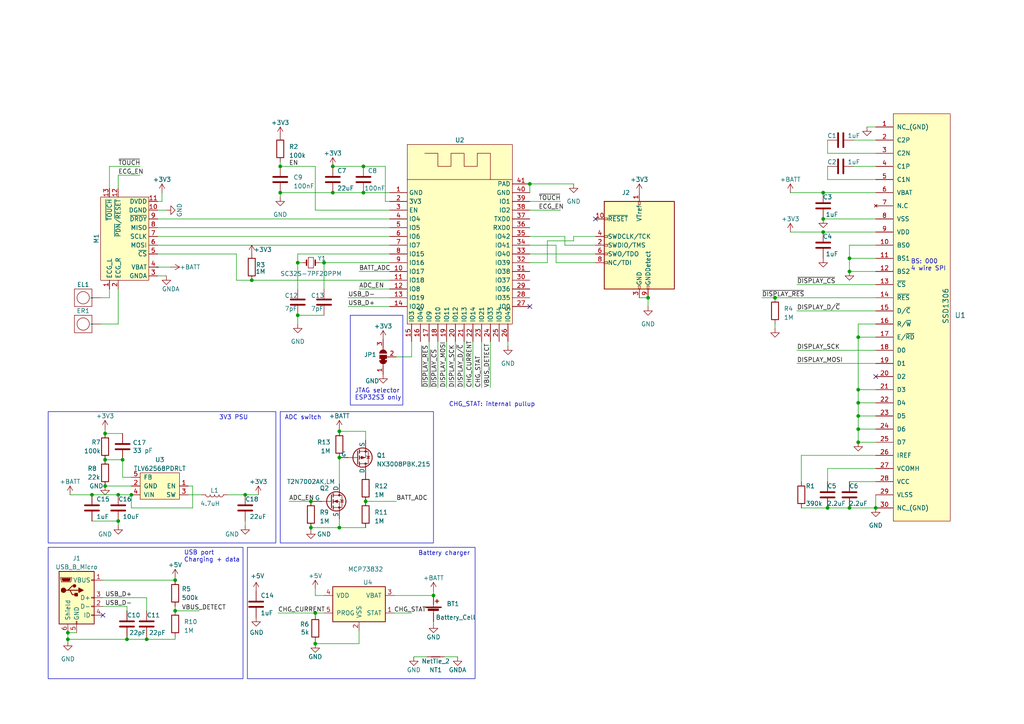
<source format=kicad_sch>
(kicad_sch (version 20230121) (generator eeschema)
  (paper "A4")
  (title_block (title "Card/IO ECG main board") (date "2023-04-26") (rev "1"))
  (lib_symbols
    (symbol "Connector:Conn_ARM_JTAG_SWD_10" (pin_names (offset 1.016))
      (property "Reference" "J" (at -2.54 16.51 0))
      (property "Value" "Conn_ARM_JTAG_SWD_10" (at -2.54 13.97 0))
      (symbol "Conn_ARM_JTAG_SWD_10_1_1"
        (pin power_in line (at 0 15.24 270) (length 2.54) (name "VTref") (number "1"))
        (pin open_collector line (at 12.7 7.62 180) (length 2.54) (name "~{RESET}") (number "10"))
        (pin bidirectional line (at 12.7 0 180) (length 2.54) (name "SWDIO/TMS") (number "2"))
        (pin power_in line (at 0 -15.24 90) (length 2.54) (name "GND") (number "3"))
        (pin output line (at 12.7 2.54 180) (length 2.54) (name "SWDCLK/TCK") (number "4"))
        (pin passive line (at 0 -15.24 90) (length 2.54) hide (name "GND") (number "5"))
        (pin input line (at 12.7 -2.54 180) (length 2.54) (name "SWO/TDO") (number "6"))
        (pin no_connect line (at -10.16 0 0) (length 2.54) hide (name "KEY") (number "7"))
        (pin output line (at 12.7 -5.08 180) (length 2.54) (name "NC/TDI") (number "8"))
        (pin passive line (at -2.54 -15.24 90) (length 2.54) (name "GNDDetect") (number "9"))
      )
    )
    (symbol "Connector:USB_B_Micro" (pin_names (offset 1.016))
      (property "Reference" "J" (at -5.08 11.43 0))
      (property "Value" "USB_B_Micro" (at -5.08 8.89 0))
      (symbol "USB_B_Micro_1_1"
        (pin power_out line (at 7.62 5.08 180) (length 2.54) (name "VBUS") (number "1"))
        (pin bidirectional line (at 7.62 -2.54 180) (length 2.54) (name "D-") (number "2"))
        (pin bidirectional line (at 7.62 0 180) (length 2.54) (name "D+") (number "3"))
        (pin passive line (at 7.62 -5.08 180) (length 2.54) (name "ID") (number "4"))
        (pin power_out line (at 0 -10.16 90) (length 2.54) (name "GND") (number "5"))
        (pin passive line (at -2.54 -10.16 90) (length 2.54) (name "Shield") (number "6"))
      )
    )
    (symbol "Device:Battery_Cell" (pin_numbers hide) (pin_names (offset 0) hide)
      (property "Reference" "BT" (at 2.54 2.54 0))
      (property "Value" "Battery_Cell" (at 2.54 0 0))
      (symbol "Battery_Cell_1_1"
        (pin passive line (at 0 5.08 270) (length 2.54) (name "+") (number "1"))
        (pin passive line (at 0 -2.54 90) (length 2.54) (name "-") (number "2"))
      )
    )
    (symbol "Device:C" (pin_numbers hide) (pin_names (offset 0.254))
      (property "Reference" "C" (at 0.635 2.54 0))
      (property "Value" "C" (at 0.635 -2.54 0))
      (symbol "C_1_1"
        (pin passive line (at 0 3.81 270) (length 2.794) (name "~") (number "1"))
        (pin passive line (at 0 -3.81 90) (length 2.794) (name "~") (number "2"))
      )
    )
    (symbol "Device:Crystal_Small" (pin_numbers hide) (pin_names (offset 1.016) hide)
      (property "Reference" "Y" (at 0 2.54 0))
      (property "Value" "Crystal_Small" (at 0 -2.54 0))
      (symbol "Crystal_Small_1_1"
        (pin passive line (at -2.54 0 0) (length 1.27) (name "1") (number "1"))
        (pin passive line (at 2.54 0 180) (length 1.27) (name "2") (number "2"))
      )
    )
    (symbol "Device:L" (pin_numbers hide) (pin_names (offset 1.016) hide)
      (property "Reference" "L" (at -1.27 0 90))
      (property "Value" "L" (at 1.905 0 90))
      (symbol "L_1_1"
        (pin passive line (at 0 3.81 270) (length 1.27) (name "1") (number "1"))
        (pin passive line (at 0 -3.81 90) (length 1.27) (name "2") (number "2"))
      )
    )
    (symbol "Device:NetTie_2" (pin_numbers hide) (pin_names (offset 0) hide) (in_bom no)
      (property "Reference" "NT" (at 0 1.27 0))
      (property "Value" "NetTie_2" (at 0 -1.27 0))
      (symbol "NetTie_2_1_1"
        (pin passive line (at -2.54 0 0) (length 2.54) (name "1") (number "1"))
        (pin passive line (at 2.54 0 180) (length 2.54) (name "2") (number "2"))
      )
    )
    (symbol "Device:R" (pin_numbers hide) (pin_names (offset 0))
      (property "Reference" "R" (at 2.032 0 90))
      (property "Value" "R" (at 0 0 90))
      (symbol "R_1_1"
        (pin passive line (at 0 3.81 270) (length 1.27) (name "~") (number "1"))
        (pin passive line (at 0 -3.81 90) (length 1.27) (name "~") (number "2"))
      )
    )
    (symbol "Jumper:SolderJumper_3_Bridged12" (pin_names (offset 0) hide)
      (property "Reference" "JP" (at -2.54 -2.54 0))
      (property "Value" "SolderJumper_3_Bridged12" (at 0 2.794 0))
      (symbol "SolderJumper_3_Bridged12_1_1"
        (pin passive line (at -5.08 0 0) (length 2.54) (name "A") (number "1"))
        (pin passive line (at 0 -3.81 90) (length 2.54) (name "C") (number "2"))
        (pin passive line (at 5.08 0 180) (length 2.54) (name "B") (number "3"))
      )
    )
    (symbol "main_board_parts:ECG-module"
      (property "Reference" "M" (at -13.97 -7.62 0))
      (symbol "ECG-module_1_1"
        (pin input line (at -15.24 3.81 0) (length 2.54) (name "ECG_L") (number "1"))
        (pin power_in line (at 7.62 -10.16 90) (length 2.54) (name "DGND") (number "10"))
        (pin power_in line (at 10.16 -10.16 90) (length 2.54) (name "DVDD") (number "11"))
        (pin input line (at 13.97 1.27 180) (length 2.54) (name "~{PDN}/~{RESET}") (number "12"))
        (pin output line (at 13.97 3.81 180) (length 2.54) (name "~{TOUCH}") (number "13"))
        (pin input line (at -15.24 1.27 0) (length 2.54) (name "ECG_R") (number "2"))
        (pin power_in line (at -11.43 -10.16 90) (length 2.54) (name "GNDA") (number "3"))
        (pin power_in line (at -8.89 -10.16 90) (length 2.54) (name "VBAT") (number "4"))
        (pin input line (at -5.08 -10.16 90) (length 2.54) (name "~{CS}") (number "5"))
        (pin input line (at -2.54 -10.16 90) (length 2.54) (name "MOSI") (number "6"))
        (pin input line (at 0 -10.16 90) (length 2.54) (name "SCLK") (number "7"))
        (pin output line (at 2.54 -10.16 90) (length 2.54) (name "MISO") (number "8"))
        (pin output line (at 5.08 -10.16 90) (length 2.54) (name "~{DRDY}") (number "9"))
      )
    )
    (symbol "main_board_parts:ESP32-S2-SOLO"
      (property "Reference" "U" (at 12.7 25.4 0))
      (symbol "ESP32-S2-SOLO_1_1"
        (pin power_in line (at -20.32 10.16 0) (length 5.08) (name "GND") (number "1"))
        (pin passive line (at -20.32 -12.7 0) (length 5.08) (name "IO17") (number "10"))
        (pin passive line (at -20.32 -15.24 0) (length 5.08) (name "IO18") (number "11"))
        (pin passive line (at -20.32 -17.78 0) (length 5.08) (name "IO8") (number "12"))
        (pin passive line (at -20.32 -20.32 0) (length 5.08) (name "IO19") (number "13"))
        (pin passive line (at -20.32 -22.86 0) (length 5.08) (name "IO20") (number "14"))
        (pin passive line (at -13.97 -33.02 90) (length 5.08) (name "IO3") (number "15"))
        (pin passive line (at -11.43 -33.02 90) (length 5.08) (name "IO46") (number "16"))
        (pin passive line (at -8.89 -33.02 90) (length 5.08) (name "IO9") (number "17"))
        (pin passive line (at -6.35 -33.02 90) (length 5.08) (name "IO10") (number "18"))
        (pin passive line (at -3.81 -33.02 90) (length 5.08) (name "IO11") (number "19"))
        (pin power_in line (at -20.32 7.62 0) (length 5.08) (name "3V3") (number "2"))
        (pin passive line (at -1.27 -33.02 90) (length 5.08) (name "IO12") (number "20"))
        (pin passive line (at 1.27 -33.02 90) (length 5.08) (name "IO13") (number "21"))
        (pin passive line (at 3.81 -33.02 90) (length 5.08) (name "IO14") (number "22"))
        (pin passive line (at 6.35 -33.02 90) (length 5.08) (name "IO21") (number "23"))
        (pin passive line (at 8.89 -33.02 90) (length 5.08) (name "IO33") (number "24"))
        (pin passive line (at 11.43 -33.02 90) (length 5.08) (name "IO34") (number "25"))
        (pin passive line (at 13.97 -33.02 90) (length 5.08) (name "IO45") (number "26"))
        (pin passive line (at 20.32 -22.86 180) (length 5.08) (name "IO0") (number "27"))
        (pin passive line (at 20.32 -20.32 180) (length 5.08) (name "IO35") (number "28"))
        (pin passive line (at 20.32 -17.78 180) (length 5.08) (name "IO36") (number "29"))
        (pin input line (at -20.32 5.08 0) (length 5.08) (name "EN") (number "3"))
        (pin passive line (at 20.32 -15.24 180) (length 5.08) (name "IO37") (number "30"))
        (pin passive line (at 20.32 -12.7 180) (length 5.08) (name "IO38") (number "31"))
        (pin passive line (at 20.32 -10.16 180) (length 5.08) (name "IO39") (number "32"))
        (pin passive line (at 20.32 -7.62 180) (length 5.08) (name "IO40") (number "33"))
        (pin passive line (at 20.32 -5.08 180) (length 5.08) (name "IO41") (number "34"))
        (pin passive line (at 20.32 -2.54 180) (length 5.08) (name "IO42") (number "35"))
        (pin passive line (at 20.32 0 180) (length 5.08) (name "RXD0") (number "36"))
        (pin passive line (at 20.32 2.54 180) (length 5.08) (name "TXD0") (number "37"))
        (pin passive line (at 20.32 5.08 180) (length 5.08) (name "IO2") (number "38"))
        (pin passive line (at 20.32 7.62 180) (length 5.08) (name "IO1") (number "39"))
        (pin passive line (at -20.32 2.54 0) (length 5.08) (name "IO4") (number "4"))
        (pin power_in line (at 20.32 10.16 180) (length 5.08) (name "GND") (number "40"))
        (pin power_in line (at 20.32 12.7 180) (length 5.08) (name "PAD") (number "41"))
        (pin passive line (at -20.32 0 0) (length 5.08) (name "IO5") (number "5"))
        (pin passive line (at -20.32 -2.54 0) (length 5.08) (name "IO6") (number "6"))
        (pin passive line (at -20.32 -5.08 0) (length 5.08) (name "IO7") (number "7"))
        (pin passive line (at -20.32 -7.62 0) (length 5.08) (name "IO15") (number "8"))
        (pin passive line (at -20.32 -10.16 0) (length 5.08) (name "IO16") (number "9"))
      )
    )
    (symbol "main_board_parts:Electrode" (pin_numbers hide) (pin_names hide)
      (property "Reference" "E" (at -1.27 -1.27 0))
      (symbol "Electrode_1_1"
        (pin input line (at -2.54 0 0) (length 2.54) (name "1") (number "1"))
      )
    )
    (symbol "main_board_parts:MCP73832" (pin_names (offset 1.016))
      (property "Reference" "U2" (at 2.54 6.35 0))
      (property "Value" "MCP73832" (at -10.16 -8.89 0))
      (symbol "MCP73832_1_1"
        (pin output line (at 10.16 -2.54 180) (length 2.54) (name "STAT") (number "1"))
        (pin power_in line (at 0 -7.62 90) (length 2.54) (name "VSS") (number "2"))
        (pin power_out line (at 10.16 2.54 180) (length 2.54) (name "VBAT") (number "3"))
        (pin power_in line (at -10.16 2.54 0) (length 2.54) (name "VDD") (number "4"))
        (pin input line (at -10.16 -2.54 0) (length 2.54) (name "PROG") (number "5"))
      )
    )
    (symbol "main_board_parts:NMOS" (pin_numbers hide) (pin_names (offset 0))
      (property "Reference" "Q1" (at 5.08 2.54 0))
      (property "Value" "T2N7002AK,LM" (at -3.81 -6.35 0))
      (symbol "NMOS_1_1"
        (pin input line (at -5.08 0 0) (length 2.54) (name "G") (number "1"))
        (pin passive line (at 2.54 -5.08 90) (length 2.54) (name "S") (number "2"))
        (pin passive line (at 2.54 5.08 270) (length 2.54) (name "D") (number "3"))
      )
    )
    (symbol "main_board_parts:PMOS" (pin_numbers hide) (pin_names (offset 0))
      (property "Reference" "Q?" (at 3.81 -3.81 0))
      (property "Value" "NX3008PBK,215" (at -12.7 -5.08 0))
      (symbol "PMOS_1_1"
        (pin input line (at -5.08 0 0) (length 2.54) (name "G") (number "1"))
        (pin passive line (at 2.54 -5.08 90) (length 2.54) (name "S") (number "2"))
        (pin passive line (at 2.54 5.08 270) (length 2.54) (name "D") (number "3"))
      )
    )
    (symbol "main_board_parts:SSD1306" (pin_names (offset 1.016))
      (property "Reference" "U" (at 0 -62.23 0))
      (property "Value" "SSD1306" (at 6.35 0 90))
      (symbol "SSD1306_1_1"
        (pin passive line (at -12.7 54.61 0) (length 5.08) (name "NC_(GND)") (number "1"))
        (pin input line (at -12.7 20.32 0) (length 5.08) (name "BS0") (number "10"))
        (pin input line (at -12.7 16.51 0) (length 5.08) (name "BS1") (number "11"))
        (pin input line (at -12.7 12.7 0) (length 5.08) (name "BS2") (number "12"))
        (pin input line (at -12.7 8.89 0) (length 5.08) (name "~{CS}") (number "13"))
        (pin input line (at -12.7 5.08 0) (length 5.08) (name "~{RES}") (number "14"))
        (pin input line (at -12.7 1.27 0) (length 5.08) (name "D/~{C}") (number "15"))
        (pin input line (at -12.7 -2.54 0) (length 5.08) (name "R/~{W}") (number "16"))
        (pin input line (at -12.7 -6.35 0) (length 5.08) (name "E/~{RD}") (number "17"))
        (pin input line (at -12.7 -10.16 0) (length 5.08) (name "D0") (number "18"))
        (pin input line (at -12.7 -13.97 0) (length 5.08) (name "D1") (number "19"))
        (pin passive line (at -12.7 50.8 0) (length 5.08) (name "C2P") (number "2"))
        (pin input line (at -12.7 -17.78 0) (length 5.08) (name "D2") (number "20"))
        (pin input line (at -12.7 -21.59 0) (length 5.08) (name "D3") (number "21"))
        (pin input line (at -12.7 -25.4 0) (length 5.08) (name "D4") (number "22"))
        (pin input line (at -12.7 -29.21 0) (length 5.08) (name "D5") (number "23"))
        (pin input line (at -12.7 -33.02 0) (length 5.08) (name "D6") (number "24"))
        (pin input line (at -12.7 -36.83 0) (length 5.08) (name "D7") (number "25"))
        (pin passive line (at -12.7 -40.64 0) (length 5.08) (name "IREF") (number "26"))
        (pin passive line (at -12.7 -44.45 0) (length 5.08) (name "VCOMH") (number "27"))
        (pin passive line (at -12.7 -48.26 0) (length 5.08) (name "VCC") (number "28"))
        (pin power_in line (at -12.7 -52.07 0) (length 5.08) (name "VLSS") (number "29"))
        (pin passive line (at -12.7 46.99 0) (length 5.08) (name "C2N") (number "3"))
        (pin passive line (at -12.7 -55.88 0) (length 5.08) (name "NC_(GND)") (number "30"))
        (pin passive line (at -12.7 43.18 0) (length 5.08) (name "C1P") (number "4"))
        (pin passive line (at -12.7 39.37 0) (length 5.08) (name "C1N") (number "5"))
        (pin power_in line (at -12.7 35.56 0) (length 5.08) (name "VBAT") (number "6"))
        (pin no_connect line (at -12.7 31.75 0) (length 5.08) (name "N.C") (number "7"))
        (pin power_in line (at -12.7 27.94 0) (length 5.08) (name "VSS") (number "8"))
        (pin power_in line (at -12.7 24.13 0) (length 5.08) (name "VDD") (number "9"))
      )
    )
    (symbol "main_board_parts:TLV62568" (pin_names (offset 1.016))
      (property "Reference" "U?" (at 0.635 8.255 0))
      (property "Value" "TLV62568DBVR" (at 0.635 5.9436 0))
      (symbol "TLV62568_1_1"
        (pin input line (at 8.89 0 180) (length 2.54) (name "EN") (number "1"))
        (pin power_in line (at -7.62 0 0) (length 2.54) (name "GND") (number "2"))
        (pin power_out line (at 8.89 -2.54 180) (length 2.54) (name "SW") (number "3"))
        (pin power_in line (at -7.62 -2.54 0) (length 2.54) (name "VIN") (number "4"))
        (pin input line (at -7.62 2.54 0) (length 2.54) (name "FB") (number "5"))
      )
    )
    (symbol "power:+3V3" (power) (pin_names (offset 0))
      (property "Value" "+3V3" (at 0 3.556 0))
      (symbol "+3V3_1_1"
        (pin power_in line (at 0 0 90) (length 0) hide (name "+3V3") (number "1"))
      )
    )
    (symbol "power:+5V" (power) (pin_names (offset 0))
      (property "Value" "+5V" (at 0 3.556 0))
      (symbol "+5V_1_1"
        (pin power_in line (at 0 0 90) (length 0) hide (name "+5V") (number "1"))
      )
    )
    (symbol "power:+BATT" (power) (pin_names (offset 0))
      (property "Value" "+BATT" (at 0 3.556 0))
      (symbol "+BATT_1_1"
        (pin power_in line (at 0 0 90) (length 0) hide (name "+BATT") (number "1"))
      )
    )
    (symbol "power:GND" (power) (pin_names (offset 0))
      (property "Value" "GND" (at 0 -3.81 0))
      (symbol "GND_1_1"
        (pin power_in line (at 0 0 270) (length 0) hide (name "GND") (number "1"))
      )
    )
    (symbol "power:GNDA" (power) (pin_names (offset 0))
      (property "Value" "GNDA" (at 0 -3.81 0))
      (symbol "GNDA_1_1"
        (pin power_in line (at 0 0 270) (length 0) hide (name "GNDA") (number "1"))
      )
    )
  )
  (junction (at 96.52 55.88))
  (junction (at 93.98 76.2))
  (junction (at 90.17 153.035))
  (junction (at 81.28 48.26))
  (junction (at 38.1 143.51))
  (junction (at 50.8 177.165))
  (junction (at 106.045 145.415))
  (junction (at 98.425 153.035))
  (junction (at 240.03 147.32))
  (junction (at 90.17 145.415))
  (junction (at 71.12 143.51))
  (junction (at 248.92 128.27))
  (junction (at 42.545 185.42))
  (junction (at 86.36 91.44))
  (junction (at 105.41 48.26))
  (junction (at 98.425 132.715))
  (junction (at 246.38 78.74))
  (junction (at 30.48 133.35))
  (junction (at 91.44 177.8))
  (junction (at 248.92 97.79))
  (junction (at 34.29 151.13))
  (junction (at 19.685 185.42))
  (junction (at 81.28 55.88))
  (junction (at 254 147.32))
  (junction (at 187.96 86.36))
  (junction (at 26.67 143.51))
  (junction (at 248.92 113.03))
  (junction (at 246.38 147.32))
  (junction (at 238.76 55.88))
  (junction (at 246.38 74.93))
  (junction (at 35.56 133.35))
  (junction (at 19.685 183.515))
  (junction (at 50.8 168.275))
  (junction (at 34.29 143.51))
  (junction (at 153.67 53.34))
  (junction (at 248.92 120.65))
  (junction (at 73.025 81.28))
  (junction (at 98.425 125.095))
  (junction (at 238.76 67.31))
  (junction (at 105.41 55.88))
  (junction (at 238.76 63.5))
  (junction (at 248.92 116.84))
  (junction (at 248.92 124.46))
  (junction (at 30.48 125.73))
  (junction (at 125.73 172.72))
  (junction (at 96.52 48.26))
  (junction (at 36.83 185.42))
  (junction (at 91.44 186.69))
  (junction (at 30.48 140.97))
  (junction (at 224.79 86.36))
  (junction (at 86.36 76.2))
  (no_connect (at 254 109.22))
  (no_connect (at 29.845 178.435))
  (no_connect (at 172.72 63.5))
  (no_connect (at 153.67 88.9))
  (wire (pts (xy 45.72 60.96) (xy 48.26 60.96)))
  (wire (pts (xy 86.36 91.44) (xy 93.98 91.44)))
  (wire (pts (xy 100.965 86.36) (xy 113.03 86.36)))
  (wire (pts (xy 104.14 182.88) (xy 104.14 186.69)))
  (wire (pts (xy 98.425 132.715) (xy 98.425 140.335)))
  (wire (pts (xy 81.28 55.88) (xy 96.52 55.88)))
  (wire (pts (xy 36.83 185.42) (xy 42.545 185.42)))
  (wire (pts (xy 163.83 68.58) (xy 163.83 71.12)))
  (wire (pts (xy 105.41 55.88) (xy 113.03 55.88)))
  (wire (pts (xy 128.905 190.5) (xy 132.715 190.5)))
  (wire (pts (xy 119.38 99.06) (xy 119.38 103.505)))
  (wire (pts (xy 71.12 151.13) (xy 71.12 152.4)))
  (wire (pts (xy 29.21 93.98) (xy 34.29 93.98)))
  (wire (pts (xy 229.235 55.88) (xy 238.76 55.88)))
  (wire (pts (xy 93.98 172.72) (xy 91.44 172.72)))
  (wire (pts (xy 161.29 71.12) (xy 161.29 76.2)))
  (wire (pts (xy 50.8 175.895) (xy 50.8 177.165)))
  (wire (pts (xy 86.36 91.44) (xy 86.36 93.98)))
  (wire (pts (xy 248.92 97.79) (xy 254 97.79)))
  (wire (pts (xy 125.73 171.45) (xy 125.73 172.72)))
  (wire (pts (xy 224.79 93.98) (xy 224.79 95.25)))
  (wire (pts (xy 45.72 71.12) (xy 113.03 71.12)))
  (wire (pts (xy 19.685 185.42) (xy 36.83 185.42)))
  (wire (pts (xy 30.48 124.46) (xy 30.48 125.73)))
  (wire (pts (xy 120.015 190.5) (xy 123.825 190.5)))
  (wire (pts (xy 50.8 177.165) (xy 57.785 177.165)))
  (wire (pts (xy 238.76 63.5) (xy 254 63.5)))
  (wire (pts (xy 124.46 99.06) (xy 124.46 112.395)))
  (wire (pts (xy 166.37 68.58) (xy 172.72 68.58)))
  (wire (pts (xy 81.28 46.99) (xy 81.28 48.26)))
  (wire (pts (xy 36.83 185.42) (xy 36.83 184.785)))
  (wire (pts (xy 254 132.08) (xy 232.41 132.08)))
  (wire (pts (xy 96.52 55.88) (xy 105.41 55.88)))
  (wire (pts (xy 129.54 99.06) (xy 129.54 112.395)))
  (wire (pts (xy 153.67 60.96) (xy 162.56 60.96)))
  (wire (pts (xy 91.44 60.96) (xy 113.03 60.96)))
  (wire (pts (xy 34.29 143.51) (xy 38.1 143.51)))
  (wire (pts (xy 240.03 44.45) (xy 254 44.45)))
  (wire (pts (xy 166.37 69.85) (xy 166.37 68.58)))
  (wire (pts (xy 98.425 153.035) (xy 106.045 153.035)))
  (wire (pts (xy 254 135.89) (xy 240.03 135.89)))
  (wire (pts (xy 42.545 173.355) (xy 42.545 177.165)))
  (wire (pts (xy 114.3 172.72) (xy 125.73 172.72)))
  (wire (pts (xy 86.36 76.2) (xy 87.63 76.2)))
  (wire (pts (xy 20.32 143.51) (xy 26.67 143.51)))
  (wire (pts (xy 240.03 147.32) (xy 246.38 147.32)))
  (wire (pts (xy 55.88 140.97) (xy 55.88 147.32)))
  (wire (pts (xy 229.235 67.31) (xy 238.76 67.31)))
  (wire (pts (xy 153.67 53.34) (xy 166.37 53.34)))
  (wire (pts (xy 55.88 147.32) (xy 38.1 147.32)))
  (wire (pts (xy 246.38 78.74) (xy 254 78.74)))
  (wire (pts (xy 163.83 71.12) (xy 172.72 71.12)))
  (wire (pts (xy 153.67 58.42) (xy 162.56 58.42)))
  (wire (pts (xy 106.045 125.095) (xy 106.045 127.635)))
  (wire (pts (xy 248.92 120.65) (xy 254 120.65)))
  (wire (pts (xy 98.425 125.095) (xy 106.045 125.095)))
  (wire (pts (xy 104.14 83.82) (xy 113.03 83.82)))
  (wire (pts (xy 29.845 173.355) (xy 42.545 173.355)))
  (wire (pts (xy 134.62 99.06) (xy 134.62 112.395)))
  (wire (pts (xy 158.75 76.2) (xy 158.75 69.85)))
  (wire (pts (xy 35.56 138.43) (xy 38.1 138.43)))
  (wire (pts (xy 91.44 178.435) (xy 91.44 177.8)))
  (wire (pts (xy 153.67 71.12) (xy 161.29 71.12)))
  (wire (pts (xy 73.025 81.28) (xy 68.58 81.28)))
  (wire (pts (xy 231.14 90.17) (xy 254 90.17)))
  (wire (pts (xy 45.72 63.5) (xy 113.03 63.5)))
  (wire (pts (xy 40.64 50.8) (xy 34.29 50.8)))
  (wire (pts (xy 91.44 186.055) (xy 91.44 186.69)))
  (wire (pts (xy 111.76 48.26) (xy 105.41 48.26)))
  (wire (pts (xy 42.545 185.42) (xy 50.8 185.42)))
  (wire (pts (xy 81.28 48.26) (xy 91.44 48.26)))
  (wire (pts (xy 90.17 145.415) (xy 90.805 145.415)))
  (wire (pts (xy 231.14 101.6) (xy 254 101.6)))
  (wire (pts (xy 246.38 147.32) (xy 254 147.32)))
  (wire (pts (xy 50.8 167.64) (xy 50.8 168.275)))
  (wire (pts (xy 86.36 76.2) (xy 86.36 83.82)))
  (wire (pts (xy 91.44 186.69) (xy 104.14 186.69)))
  (wire (pts (xy 90.17 153.035) (xy 98.425 153.035)))
  (wire (pts (xy 248.92 113.03) (xy 248.92 116.84)))
  (wire (pts (xy 153.67 68.58) (xy 163.83 68.58)))
  (wire (pts (xy 240.03 52.07) (xy 254 52.07)))
  (wire (pts (xy 46.99 58.42) (xy 46.99 55.88)))
  (wire (pts (xy 29.21 86.36) (xy 31.75 86.36)))
  (wire (pts (xy 254 71.12) (xy 246.38 71.12)))
  (wire (pts (xy 30.48 125.73) (xy 35.56 125.73)))
  (wire (pts (xy 73.025 81.28) (xy 113.03 81.28)))
  (wire (pts (xy 80.645 177.8) (xy 91.44 177.8)))
  (wire (pts (xy 34.29 93.98) (xy 34.29 83.82)))
  (wire (pts (xy 125.73 180.34) (xy 125.73 180.975)))
  (wire (pts (xy 45.72 73.66) (xy 68.58 73.66)))
  (wire (pts (xy 92.71 76.2) (xy 93.98 76.2)))
  (wire (pts (xy 91.44 170.815) (xy 91.44 172.72)))
  (wire (pts (xy 187.96 86.36) (xy 185.42 86.36)))
  (wire (pts (xy 98.425 153.035) (xy 98.425 150.495)))
  (wire (pts (xy 139.7 99.06) (xy 139.7 112.395)))
  (wire (pts (xy 34.29 152.4) (xy 34.29 151.13)))
  (wire (pts (xy 147.32 99.06) (xy 147.32 100.33)))
  (wire (pts (xy 248.92 113.03) (xy 254 113.03)))
  (wire (pts (xy 142.24 112.395) (xy 142.24 99.06)))
  (wire (pts (xy 187.96 88.9) (xy 187.96 86.36)))
  (wire (pts (xy 238.76 67.31) (xy 254 67.31)))
  (wire (pts (xy 45.72 68.58) (xy 113.03 68.58)))
  (wire (pts (xy 111.76 58.42) (xy 111.76 48.26)))
  (wire (pts (xy 45.72 58.42) (xy 46.99 58.42)))
  (wire (pts (xy 36.83 175.895) (xy 36.83 177.165)))
  (wire (pts (xy 100.965 88.9) (xy 113.03 88.9)))
  (wire (pts (xy 26.67 151.13) (xy 34.29 151.13)))
  (wire (pts (xy 248.92 124.46) (xy 248.92 128.27)))
  (wire (pts (xy 45.72 77.47) (xy 49.53 77.47)))
  (wire (pts (xy 19.685 186.055) (xy 19.685 185.42)))
  (wire (pts (xy 248.92 93.98) (xy 248.92 97.79)))
  (wire (pts (xy 246.38 74.93) (xy 254 74.93)))
  (wire (pts (xy 54.61 143.51) (xy 58.42 143.51)))
  (wire (pts (xy 251.46 36.83) (xy 254 36.83)))
  (wire (pts (xy 114.3 177.8) (xy 119.38 177.8)))
  (wire (pts (xy 54.61 140.97) (xy 55.88 140.97)))
  (wire (pts (xy 132.08 99.06) (xy 132.08 112.395)))
  (wire (pts (xy 127 99.06) (xy 127 112.395)))
  (wire (pts (xy 91.44 177.8) (xy 93.98 177.8)))
  (wire (pts (xy 254 143.51) (xy 254 147.32)))
  (wire (pts (xy 104.14 78.74) (xy 113.03 78.74)))
  (wire (pts (xy 71.12 143.51) (xy 74.93 143.51)))
  (wire (pts (xy 19.685 183.515) (xy 19.685 185.42)))
  (wire (pts (xy 248.92 120.65) (xy 248.92 124.46)))
  (wire (pts (xy 246.38 139.7) (xy 254 139.7)))
  (wire (pts (xy 91.44 48.26) (xy 91.44 60.96)))
  (wire (pts (xy 26.67 143.51) (xy 34.29 143.51)))
  (wire (pts (xy 90.17 153.035) (xy 90.17 153.67)))
  (wire (pts (xy 93.98 76.2) (xy 113.03 76.2)))
  (wire (pts (xy 86.36 73.66) (xy 86.36 76.2)))
  (wire (pts (xy 50.8 185.42) (xy 50.8 184.785)))
  (wire (pts (xy 106.045 145.415) (xy 114.935 145.415)))
  (wire (pts (xy 98.425 124.46) (xy 98.425 125.095)))
  (wire (pts (xy 45.72 80.01) (xy 48.26 80.01)))
  (wire (pts (xy 248.92 116.84) (xy 248.92 120.65)))
  (wire (pts (xy 38.1 147.32) (xy 38.1 143.51)))
  (wire (pts (xy 246.38 71.12) (xy 246.38 74.93)))
  (wire (pts (xy 153.67 76.2) (xy 158.75 76.2)))
  (wire (pts (xy 248.92 97.79) (xy 248.92 113.03)))
  (wire (pts (xy 254 93.98) (xy 248.92 93.98)))
  (wire (pts (xy 224.79 86.36) (xy 254 86.36)))
  (wire (pts (xy 248.92 116.84) (xy 254 116.84)))
  (wire (pts (xy 247.65 48.26) (xy 254 48.26)))
  (wire (pts (xy 81.28 57.15) (xy 81.28 55.88)))
  (wire (pts (xy 153.67 73.66) (xy 172.72 73.66)))
  (wire (pts (xy 19.685 183.515) (xy 22.225 183.515)))
  (wire (pts (xy 246.38 74.93) (xy 246.38 78.74)))
  (wire (pts (xy 30.48 133.35) (xy 35.56 133.35)))
  (wire (pts (xy 66.04 143.51) (xy 71.12 143.51)))
  (wire (pts (xy 86.36 73.66) (xy 113.03 73.66)))
  (wire (pts (xy 161.29 76.2) (xy 172.72 76.2)))
  (wire (pts (xy 248.92 128.27) (xy 254 128.27)))
  (wire (pts (xy 31.75 86.36) (xy 31.75 83.82)))
  (wire (pts (xy 231.14 105.41) (xy 254 105.41)))
  (wire (pts (xy 232.41 132.08) (xy 232.41 139.7)))
  (wire (pts (xy 35.56 133.35) (xy 35.56 138.43)))
  (wire (pts (xy 29.845 175.895) (xy 36.83 175.895)))
  (wire (pts (xy 29.845 168.275) (xy 50.8 168.275)))
  (wire (pts (xy 247.65 40.64) (xy 254 40.64)))
  (wire (pts (xy 83.82 145.415) (xy 90.17 145.415)))
  (wire (pts (xy 105.41 48.26) (xy 96.52 48.26)))
  (wire (pts (xy 93.98 76.2) (xy 93.98 83.82)))
  (wire (pts (xy 240.03 48.26) (xy 240.03 52.07)))
  (wire (pts (xy 220.98 86.36) (xy 224.79 86.36)))
  (wire (pts (xy 31.75 48.26) (xy 40.64 48.26)))
  (wire (pts (xy 68.58 73.66) (xy 68.58 81.28)))
  (wire (pts (xy 42.545 185.42) (xy 42.545 184.785)))
  (wire (pts (xy 119.38 103.505) (xy 114.935 103.505)))
  (wire (pts (xy 113.03 58.42) (xy 111.76 58.42)))
  (wire (pts (xy 240.03 40.64) (xy 240.03 44.45)))
  (wire (pts (xy 232.41 147.32) (xy 240.03 147.32)))
  (wire (pts (xy 238.76 55.88) (xy 254 55.88)))
  (wire (pts (xy 158.75 69.85) (xy 166.37 69.85)))
  (wire (pts (xy 137.16 99.06) (xy 137.16 112.395)))
  (wire (pts (xy 248.92 124.46) (xy 254 124.46)))
  (wire (pts (xy 231.14 82.55) (xy 254 82.55)))
  (wire (pts (xy 31.75 54.61) (xy 31.75 48.26)))
  (wire (pts (xy 240.03 135.89) (xy 240.03 139.7)))
  (wire (pts (xy 34.29 50.8) (xy 34.29 54.61)))
  (wire (pts (xy 30.48 140.97) (xy 38.1 140.97)))
  (wire (pts (xy 45.72 66.04) (xy 113.03 66.04)))
  (wire (pts (xy 153.67 55.88) (xy 153.67 53.34)))
  (rectangle (start 13.97 119.38) (end 80.01 157.48))
  (rectangle (start 13.97 158.75) (end 70.485 196.85))
  (rectangle (start 81.28 119.38) (end 125.73 157.48))
  (rectangle (start 71.755 158.75) (end 137.795 196.85))
  (rectangle (start 101.6 91.44) (end 116.84 117.475))
  (text "Battery charger" (at 121.285 161.29 0) (effects (font (size 1.27 1.27)) (justify left bottom)))
  (text "ADC switch" (at 82.55 121.92 0) (effects (font (size 1.27 1.27)) (justify left bottom)))
  (text "USB port\nCharging + data" (at 53.34 163.195 0) (effects (font (size 1.27 1.27)) (justify left bottom)))
  (text "CHG_STAT: internal pullup" (at 130.175 118.11 0) (effects (font (size 1.27 1.27)) (justify left bottom)))
  (text "JTAG selector\nESP32S3 only" (at 102.87 116.205 0) (effects (font (size 1.27 1.27)) (justify left bottom)))
  (text "3V3 PSU" (at 63.5 121.92 0) (effects (font (size 1.27 1.27)) (justify left bottom)))
  (text "BS: 000\n4 wire SPI" (at 264.16 78.74 0) (effects (font (size 1.27 1.27)) (justify left bottom)))
  (label "~{TOUCH}" (at 156.21 58.42 0))
  (label "DISPLAY_SCK" (at 132.08 112.395 90))
  (label "USB_D+" (at 100.965 88.9 0))
  (label "BATT_ADC" (at 114.935 145.415 0))
  (label "~{DISPLAY_RES}" (at 220.98 86.36 0))
  (label "EN" (at 83.82 48.26 0))
  (label "ECG_EN" (at 156.21 60.96 0))
  (label "BATT_ADC" (at 104.14 78.74 0))
  (label "DISPLAY_D{slash}~{C}" (at 231.14 90.17 0))
  (label "CHG_CURRENT" (at 80.645 177.8 0))
  (label "CHG_STAT" (at 114.3 177.8 0))
  (label "~{TOUCH}" (at 34.29 48.26 0))
  (label "~{DISPLAY_CS}" (at 231.14 82.55 0))
  (label "ADC_EN" (at 83.82 145.415 0))
  (label "ADC_EN" (at 104.14 83.82 0))
  (label "CHG_STAT" (at 139.7 112.395 90))
  (label "VBUS_DETECT" (at 52.705 177.165 0))
  (label "USB_D-" (at 100.965 86.36 0))
  (label "DISPLAY_MOSI" (at 231.14 105.41 0))
  (label "DISPLAY_D{slash}~{C}" (at 134.62 112.395 90))
  (label "DISPLAY_SCK" (at 231.14 101.6 0))
  (label "VBUS_DETECT" (at 142.24 112.395 90))
  (label "USB_D+" (at 30.48 173.355 0))
  (label "DISPLAY_MOSI" (at 129.54 112.395 90))
  (label "~{DISPLAY_CS}" (at 127 112.395 90))
  (label "CHG_CURRENT" (at 137.16 112.395 90))
  (label "ECG_EN" (at 34.29 50.8 0))
  (label "USB_D-" (at 30.48 175.895 0))
  (label "~{DISPLAY_RES}" (at 124.46 112.395 90))
  (symbol (lib_id "power:GND") (at 120.015 190.5 0) (unit 1)
    (property "Reference" "#PWR08" (effects hide))
    (property "Value" "GND" (at 120.015 194.31 0))
  )
  (symbol (lib_id "Device:C") (at 96.52 52.07 0) (unit 1)
    (property "Reference" "C7" (at 97.79 49.53 0) (effects (justify left)))
    (property "Value" "22uF" (at 97.79 54.61 0) (effects (justify left)))
    (property "Footprint" "Capacitor_SMD:C_0805_2012Metric" (effects hide))
  )
  (symbol (lib_id "Device:C") (at 238.76 59.69 180) (unit 1)
    (property "Reference" "C3" (at 240.03 57.15 0))
    (property "Value" "1uF" (at 241.3 62.23 0))
    (property "Footprint" "Capacitor_SMD:C_0603_1608Metric" (effects hide))
  )
  (symbol (lib_id "power:+BATT") (at 125.73 171.45 0) (unit 1)
    (property "Reference" "#PWR07" (effects hide))
    (property "Value" "+BATT" (at 125.73 167.64 0))
  )
  (symbol (lib_id "Device:R") (at 81.28 43.18 0) (unit 1)
    (property "Reference" "R2" (at 83.82 42.545 0) (effects (justify left)))
    (property "Value" "100k" (at 83.82 45.085 0) (effects (justify left)))
    (property "Footprint" "Resistor_SMD:R_0603_1608Metric" (effects hide))
  )
  (symbol (lib_id "Device:R") (at 50.8 180.975 0) (unit 1)
    (property "Reference" "R10" (at 53.34 180.34 0) (effects (justify left)))
    (property "Value" "1M" (at 53.34 182.88 0) (effects (justify left)))
    (property "Footprint" "Resistor_SMD:R_0603_1608Metric" (effects hide))
  )
  (symbol (lib_id "power:GND") (at 254 147.32 0) (unit 1)
    (property "Reference" "#PWR01" (effects hide))
    (property "Value" "GND" (at 254 152.4 0))
  )
  (symbol (lib_id "main_board_parts:Electrode") (at 26.67 86.36 0) (mirror y) (unit 1)
    (property "Reference" "EL1" (at 24.13 82.55 0))
    (property "Value" "~" (at 26.67 86.36 0))
    (property "Footprint" "main_board_parts:Electrode" (effects hide))
  )
  (symbol (lib_id "power:GND") (at 111.125 108.585 0) (unit 1)
    (property "Reference" "#PWR040" (effects hide))
    (property "Value" "GND" (at 107.95 110.49 0))
  )
  (symbol (lib_id "Connector:USB_B_Micro") (at 22.225 173.355 0) (unit 1)
    (property "Reference" "J1" (at 22.225 161.925 0))
    (property "Value" "USB_B_Micro" (at 22.225 164.465 0))
    (property "Footprint" "main_board_parts:USB_Micro-B_Molex-47642-0001" (effects hide))
  )
  (symbol (lib_id "Device:C") (at 26.67 147.32 0) (unit 1)
    (property "Reference" "C15" (at 27.94 144.78 0) (effects (justify left)))
    (property "Value" "1uF" (at 27.94 149.86 0) (effects (justify left)))
    (property "Footprint" "Capacitor_SMD:C_0603_1608Metric_Pad1.08x0.95mm_HandSolder" (effects hide))
    (property "MPN" "CL10A105KP8NNWC" (effects hide))
  )
  (symbol (lib_id "Device:C") (at 71.12 147.32 0) (unit 1)
    (property "Reference" "C18" (at 71.12 144.78 0) (effects (justify left)))
    (property "Value" "22uF" (at 72.39 149.86 0) (effects (justify left)))
    (property "Footprint" "Capacitor_SMD:C_0805_2012Metric" (effects hide))
    (property "MPN" "0805X226M6R3CT" (effects hide))
  )
  (symbol (lib_id "Jumper:SolderJumper_3_Bridged12") (at 111.125 103.505 90) (unit 1)
    (property "Reference" "JP1" (at 109.22 102.87 90) (effects (justify left)))
    (property "Value" "SolderJumper_3_Bridged12" (effects hide))
    (property "Footprint" "Jumper:SolderJumper-3_P1.3mm_Bridged12_RoundedPad1.0x1.5mm" (effects hide))
  )
  (symbol (lib_id "Device:R") (at 98.425 128.905 0) (mirror y) (unit 1)
    (property "Reference" "R13" (at 95.885 128.27 0) (effects (justify left)))
    (property "Value" "1M" (at 95.885 130.81 0) (effects (justify left)))
    (property "Footprint" "Resistor_SMD:R_0603_1608Metric" (effects hide))
  )
  (symbol (lib_id "Device:C") (at 74.295 175.26 0) (unit 1)
    (property "Reference" "C14" (at 75.565 172.72 0) (effects (justify left)))
    (property "Value" "1uF" (at 75.565 177.8 0) (effects (justify left)))
    (property "Footprint" "Capacitor_SMD:C_0603_1608Metric_Pad1.08x0.95mm_HandSolder" (effects hide))
    (property "MPN" "CL10A105KP8NNWC" (effects hide))
  )
  (symbol (lib_id "power:GND") (at 86.36 93.98 0) (mirror y) (unit 1)
    (property "Reference" "#PWR025" (effects hide))
    (property "Value" "GND" (at 86.36 99.06 0))
  )
  (symbol (lib_id "power:+3V3") (at 111.125 98.425 0) (unit 1)
    (property "Reference" "#PWR044" (effects hide))
    (property "Value" "+3V3" (at 111.125 94.615 0))
  )
  (symbol (lib_id "Device:C") (at 42.545 180.975 0) (unit 1)
    (property "Reference" "C11" (at 42.545 178.435 0) (effects (justify left)))
    (property "Value" "22pF" (at 43.18 183.515 0) (effects (justify left)))
    (property "Footprint" "Capacitor_SMD:C_0603_1608Metric" (effects hide))
  )
  (symbol (lib_id "power:+3V3") (at 46.99 55.88 0) (unit 1)
    (property "Reference" "#PWR019" (effects hide))
    (property "Value" "+3V3" (at 46.99 52.07 0))
  )
  (symbol (lib_id "power:GND") (at 224.79 95.25 0) (unit 1)
    (property "Reference" "#PWR024" (effects hide))
    (property "Value" "GND" (effects hide))
  )
  (symbol (lib_id "Device:C") (at 35.56 129.54 0) (unit 1)
    (property "Reference" "C17" (at 38.481 128.3716 0) (effects (justify left)))
    (property "Value" "33 pF" (at 38.481 130.683 0) (effects (justify left)))
    (property "Footprint" "Capacitor_SMD:C_0603_1608Metric_Pad1.08x0.95mm_HandSolder" (effects hide))
    (property "MPN" "C0603C330M5HACTU" (effects hide))
  )
  (symbol (lib_id "Device:R") (at 106.045 141.605 0) (unit 1)
    (property "Reference" "R12" (at 108.585 140.97 0) (effects (justify left)))
    (property "Value" "1M" (at 108.585 143.51 0) (effects (justify left)))
    (property "Footprint" "Resistor_SMD:R_0603_1608Metric" (effects hide))
  )
  (symbol (lib_id "main_board_parts:ESP32-S2-SOLO") (at 133.35 66.04 0) (unit 1)
    (property "Reference" "U2" (at 133.35 40.64 0))
    (property "Value" "ESP32-S2-SOLO" (effects hide))
    (property "Footprint" "main_board_parts:ESP32-S2-SOLO" (effects hide))
    (property "Datasheet" "https://www.espressif.com/sites/default/files/documentation/esp32-s2-solo_esp32-s2-solo-u_datasheet_en.pdf" (effects hide))
  )
  (symbol (lib_id "power:GND") (at 48.26 60.96 90) (unit 1)
    (property "Reference" "#PWR020" (effects hide))
    (property "Value" "GND" (at 52.07 60.96 0))
  )
  (symbol (lib_id "Device:Battery_Cell") (at 125.73 177.8 0) (unit 1)
    (property "Reference" "BT1" (at 129.54 175.133 0) (effects (justify left)))
    (property "Value" "Battery_Cell" (at 126.365 179.07 0) (effects (justify left)))
    (property "Footprint" "main_board_parts:Battery" (effects hide))
  )
  (symbol (lib_id "Device:R") (at 30.48 129.54 0) (mirror x) (unit 1)
    (property "Reference" "R7" (at 29.21 128.27 0) (effects (justify right)))
    (property "Value" "100k" (at 29.21 130.81 0) (effects (justify right)))
    (property "Footprint" "Resistor_SMD:R_0603_1608Metric_Pad0.98x0.95mm_HandSolder" (effects hide))
    (property "MPN" "RC0603JR-07100KL" (effects hide))
  )
  (symbol (lib_id "power:GND") (at 251.46 36.83 0) (unit 1)
    (property "Reference" "#PWR02" (effects hide))
    (property "Value" "GND" (effects hide))
  )
  (symbol (lib_id "main_board_parts:PMOS") (at 103.505 132.715 0) (mirror x) (unit 1)
    (property "Reference" "Q1" (at 109.22 132.08 0) (effects (justify left)))
    (property "Value" "NX3008PBK,215" (at 109.22 134.62 0) (effects (justify left)))
    (property "Footprint" "Package_TO_SOT_SMD:SOT-23" (effects hide))
    (property "Datasheet" "https://hu.mouser.com/datasheet/2/916/NX3008PBK-1596190.pdf" (effects hide))
  )
  (symbol (lib_id "Device:C") (at 246.38 143.51 180) (unit 1)
    (property "Reference" "C6" (at 247.65 140.97 0))
    (property "Value" "2.2uF" (at 248.92 146.05 0))
    (property "Footprint" "Capacitor_SMD:C_0603_1608Metric" (effects hide))
  )
  (symbol (lib_id "power:GND") (at 19.685 186.055 0) (unit 1)
    (property "Reference" "#PWR013" (effects hide))
    (property "Value" "GND" (at 19.685 191.135 0))
  )
  (symbol (lib_id "Device:C") (at 240.03 143.51 180) (unit 1)
    (property "Reference" "C5" (at 241.3 140.97 0))
    (property "Value" "2.2uF" (at 242.57 146.05 0))
    (property "Footprint" "Capacitor_SMD:C_0603_1608Metric" (effects hide))
  )
  (symbol (lib_id "Device:R") (at 106.045 149.225 0) (unit 1)
    (property "Reference" "R11" (at 108.585 148.59 0) (effects (justify left)))
    (property "Value" "1M" (at 108.585 151.13 0) (effects (justify left)))
    (property "Footprint" "Resistor_SMD:R_0603_1608Metric" (effects hide))
  )
  (symbol (lib_id "Device:C") (at 36.83 180.975 0) (unit 1)
    (property "Reference" "C10" (at 36.83 178.435 0) (effects (justify left)))
    (property "Value" "22pF" (at 37.465 183.515 0) (effects (justify left)))
    (property "Footprint" "Capacitor_SMD:C_0603_1608Metric" (effects hide))
  )
  (symbol (lib_id "power:+BATT") (at 229.235 55.88 0) (unit 1)
    (property "Reference" "#PWR038" (effects hide))
    (property "Value" "+BATT" (at 229.235 52.07 0))
  )
  (symbol (lib_id "power:+3V3") (at 30.48 124.46 0) (unit 1)
    (property "Reference" "#PWR033" (effects hide))
    (property "Value" "+3V3" (at 30.48 120.65 0))
  )
  (symbol (lib_id "Device:R") (at 50.8 172.085 0) (unit 1)
    (property "Reference" "R5" (at 52.705 170.815 0) (effects (justify left)))
    (property "Value" "500k" (at 52.705 173.355 0) (effects (justify left)))
    (property "Footprint" "Resistor_SMD:R_0603_1608Metric" (effects hide))
  )
  (symbol (lib_id "Device:R") (at 30.48 137.16 0) (mirror y) (unit 1)
    (property "Reference" "R8" (at 25.4 135.89 0) (effects (justify right)))
    (property "Value" "22k" (at 25.4 138.43 0) (effects (justify right)))
    (property "Footprint" "Resistor_SMD:R_0603_1608Metric_Pad0.98x0.95mm_HandSolder" (effects hide))
    (property "MPN" "RC0603FR-0722KL" (effects hide))
  )
  (symbol (lib_id "power:+3V3") (at 81.28 39.37 0) (unit 1)
    (property "Reference" "#PWR010" (effects hide))
    (property "Value" "+3V3" (at 81.28 35.56 0))
  )
  (symbol (lib_id "Device:C") (at 243.84 48.26 90) (unit 1)
    (property "Reference" "C2" (at 241.3 46.99 90))
    (property "Value" "1uF" (at 247.65 46.99 90))
    (property "Footprint" "Capacitor_SMD:C_0603_1608Metric" (effects hide))
  )
  (symbol (lib_id "power:GND") (at 147.32 100.33 0) (unit 1)
    (property "Reference" "#PWR039" (effects hide))
    (property "Value" "GND" (at 147.32 105.41 0))
  )
  (symbol (lib_id "Device:C") (at 243.84 40.64 90) (unit 1)
    (property "Reference" "C1" (at 241.3 39.37 90))
    (property "Value" "1uF" (at 247.65 39.37 90))
    (property "Footprint" "Capacitor_SMD:C_0603_1608Metric" (effects hide))
  )
  (symbol (lib_id "Device:C") (at 93.98 87.63 0) (mirror x) (unit 1)
    (property "Reference" "C13" (at 90.17 85.725 0) (effects (justify left)))
    (property "Value" "7pF" (at 90.17 89.535 0) (effects (justify left)))
    (property "Footprint" "Capacitor_SMD:C_0603_1608Metric" (effects hide))
  )
  (symbol (lib_id "power:+BATT") (at 20.32 143.51 0) (unit 1)
    (property "Reference" "#PWR035" (effects hide))
    (property "Value" "+BATT" (at 20.32 139.7 0))
  )
  (symbol (lib_id "Device:Crystal_Small") (at 90.17 76.2 0) (mirror y) (unit 1)
    (property "Reference" "Y1" (at 92.075 74.93 0) (effects (justify right)))
    (property "Value" "SC32S-7PF20PPM" (at 81.28 79.375 0) (effects (justify right)))
    (property "Footprint" "Crystal:Crystal_SMD_MicroCrystal_CC7V-T1A-2Pin_3.2x1.5mm" (effects hide))
    (property "Datasheet" "https://hu.mouser.com/datasheet/2/360/file_PRODUCT_MASTER_50812_GRAPHIC03-542305.pdf" (effects hide))
  )
  (symbol (lib_id "power:GND") (at 81.28 57.15 0) (unit 1)
    (property "Reference" "#PWR014" (effects hide))
    (property "Value" "GND" (at 81.28 62.23 0))
  )
  (symbol (lib_id "main_board_parts:ECG-module") (at 35.56 68.58 90) (unit 1)
    (property "Reference" "M1" (at 27.94 69.215 0))
    (property "Value" "~" (at 45.72 77.47 90))
    (property "Footprint" "main_board_parts:ECG-module" (effects hide))
  )
  (symbol (lib_id "power:GNDA") (at 48.26 80.01 0) (unit 1)
    (property "Reference" "#PWR017" (effects hide))
    (property "Value" "GNDA" (at 49.53 83.82 0))
  )
  (symbol (lib_id "power:GND") (at 74.295 179.07 0) (unit 1)
    (property "Reference" "#PWR029" (effects hide))
    (property "Value" "GND" (at 74.422 183.4642 0))
  )
  (symbol (lib_id "Device:C") (at 81.28 52.07 0) (unit 1)
    (property "Reference" "C9" (at 85.09 51.435 0) (effects (justify left)))
    (property "Value" "100nF" (at 85.09 53.975 0) (effects (justify left)))
    (property "Footprint" "Capacitor_SMD:C_0603_1608Metric" (effects hide))
  )
  (symbol (lib_id "power:GND") (at 125.73 180.975 0) (unit 1)
    (property "Reference" "#PWR026" (effects hide))
    (property "Value" "GND" (at 125.73 184.785 0))
  )
  (symbol (lib_id "power:GND") (at 91.44 186.69 0) (unit 1)
    (property "Reference" "#PWR030" (effects hide))
    (property "Value" "GND" (at 91.44 190.5 0))
  )
  (symbol (lib_id "main_board_parts:SSD1306") (at 266.7 91.44 0) (unit 1)
    (property "Reference" "U1" (at 276.86 91.44 0) (effects (font (size 1.524 1.524)) (justify left)))
    (property "Value" "SSD1306" (at 274.32 93.98 90) (effects (font (size 1.524 1.524)) (justify left)))
    (property "Footprint" "main_board_parts:SSD1306" (effects hide))
  )
  (symbol (lib_id "Device:C") (at 34.29 147.32 0) (unit 1)
    (property "Reference" "C16" (at 34.29 144.78 0) (effects (justify left)))
    (property "Value" "10uF" (at 35.56 149.86 0) (effects (justify left)))
    (property "Footprint" "Capacitor_SMD:C_0603_1608Metric_Pad1.08x0.95mm_HandSolder" (effects hide))
    (property "MPN" "JMK107ABJ106MA-T" (effects hide))
  )
  (symbol (lib_id "power:+BATT") (at 98.425 124.46 0) (unit 1)
    (property "Reference" "#PWR043" (effects hide))
    (property "Value" "+BATT" (at 98.425 120.65 0))
  )
  (symbol (lib_id "main_board_parts:MCP73832") (at 104.14 175.26 0) (unit 1)
    (property "Reference" "U4" (at 106.68 168.91 0))
    (property "Value" "MCP73832" (at 106.045 165.1 0))
    (property "Footprint" "Package_TO_SOT_SMD:SOT-23-5" (effects hide))
    (property "Datasheet" "https://hu.mouser.com/datasheet/2/268/20001984g-846362.pdf" (effects hide))
  )
  (symbol (lib_id "power:GND") (at 238.76 63.5 0) (unit 1)
    (property "Reference" "#PWR03" (effects hide))
    (property "Value" "GND" (effects hide))
  )
  (symbol (lib_id "power:+BATT") (at 49.53 77.47 270) (unit 1)
    (property "Reference" "#PWR018" (effects hide))
    (property "Value" "+BATT" (at 52.07 77.47 90) (effects (justify left)))
  )
  (symbol (lib_id "power:+5V") (at 50.8 167.64 0) (unit 1)
    (property "Reference" "#PWR045" (effects hide))
    (property "Value" "+5V" (at 50.8 163.83 0))
  )
  (symbol (lib_id "Device:L") (at 62.23 143.51 270) (unit 1)
    (property "Reference" "L1" (at 62.23 142.24 90))
    (property "Value" "4.7uH" (at 60.96 146.05 90))
    (property "Footprint" "main_board_parts:TYA40124R7M-10" (effects hide))
    (property "Datasheet" "https://hu.mouser.com/datasheet/2/987/Laird_Performance_TYA4012_series__Rev_A_-1877517.pdf" (effects hide))
    (property "MPN" "TYA40124R7M-10" (effects hide))
  )
  (symbol (lib_id "power:GND") (at 166.37 53.34 0) (unit 1)
    (property "Reference" "#PWR016" (effects hide))
    (property "Value" "GND" (at 166.37 58.42 0))
  )
  (symbol (lib_id "power:GND") (at 246.38 78.74 0) (unit 1)
    (property "Reference" "#PWR04" (effects hide))
    (property "Value" "GND" (effects hide))
  )
  (symbol (lib_id "Device:R") (at 232.41 143.51 0) (unit 1)
    (property "Reference" "R1" (at 233.68 140.97 0) (effects (justify left)))
    (property "Value" "390k" (at 233.68 146.05 0) (effects (justify left)))
    (property "Footprint" "Resistor_SMD:R_0603_1608Metric" (effects hide))
  )
  (symbol (lib_id "power:GND") (at 30.48 140.97 0) (unit 1)
    (property "Reference" "#PWR032" (effects hide))
    (property "Value" "GND" (at 27.94 140.97 0))
  )
  (symbol (lib_id "power:GND") (at 34.29 152.4 0) (unit 1)
    (property "Reference" "#PWR031" (effects hide))
    (property "Value" "GND" (at 30.48 154.94 0))
  )
  (symbol (lib_id "Device:R") (at 224.79 90.17 0) (unit 1)
    (property "Reference" "R4" (at 227.33 89.535 0) (effects (justify left)))
    (property "Value" "1M" (at 227.33 92.075 0) (effects (justify left)))
    (property "Footprint" "Resistor_SMD:R_0603_1608Metric" (effects hide))
  )
  (symbol (lib_id "Device:R") (at 73.025 77.47 0) (unit 1)
    (property "Reference" "R3" (at 75.565 76.835 0))
    (property "Value" "1M" (at 75.565 78.74 0))
    (property "Footprint" "Resistor_SMD:R_0603_1608Metric" (effects hide))
  )
  (symbol (lib_id "main_board_parts:TLV62568") (at 45.72 140.97 0) (unit 1)
    (property "Reference" "U3" (at 46.355 133.35 0))
    (property "Value" "TLV62568PDRLT" (at 46.355 135.89 0))
    (property "Footprint" "Package_TO_SOT_SMD:SOT-23-5" (effects hide))
    (property "Datasheet" "https://www.ti.com/lit/ds/symlink/tlv62568.pdf?ts=1645699932354&ref_url=https%253A%252F%252Fwww.ti.com%252Fstore%252Fti%252Fen%252Fp%252Fproduct%252F%253Fp%253DTLV62568PDRLT" (effects hide))
  )
  (symbol (lib_id "Device:C") (at 105.41 52.07 0) (unit 1)
    (property "Reference" "C8" (at 106.68 49.53 0) (effects (justify left)))
    (property "Value" "100nF" (at 111.76 54.61 0) (effects (justify right)))
    (property "Footprint" "Capacitor_SMD:C_0603_1608Metric" (effects hide))
  )
  (symbol (lib_id "power:GND") (at 238.76 74.93 0) (unit 1)
    (property "Reference" "#PWR05" (effects hide))
    (property "Value" "GND" (effects hide))
  )
  (symbol (lib_id "power:+3V3") (at 96.52 48.26 0) (unit 1)
    (property "Reference" "#PWR015" (effects hide))
    (property "Value" "+3V3" (at 96.52 44.45 0))
  )
  (symbol (lib_id "power:+5V") (at 74.295 171.45 0) (unit 1)
    (property "Reference" "#PWR028" (effects hide))
    (property "Value" "+5V" (at 74.676 167.0558 0))
  )
  (symbol (lib_id "power:GND") (at 90.17 153.67 0) (unit 1)
    (property "Reference" "#PWR041" (effects hide))
    (property "Value" "GND" (at 93.98 154.94 0))
  )
  (symbol (lib_id "Device:C") (at 238.76 71.12 180) (unit 1)
    (property "Reference" "C4" (at 240.03 68.58 0))
    (property "Value" "1uF" (at 241.3 73.66 0))
    (property "Footprint" "Capacitor_SMD:C_0603_1608Metric" (effects hide))
  )
  (symbol (lib_id "power:GNDA") (at 132.715 190.5 0) (unit 1)
    (property "Reference" "#PWR09" (effects hide))
    (property "Value" "GNDA" (at 132.715 194.31 0))
  )
  (symbol (lib_id "power:GND") (at 248.92 128.27 0) (unit 1)
    (property "Reference" "#PWR06" (effects hide))
    (property "Value" "GND" (effects hide))
  )
  (symbol (lib_id "main_board_parts:Electrode") (at 26.67 93.98 0) (mirror y) (unit 1)
    (property "Reference" "ER1" (at 24.13 90.17 0))
    (property "Value" "~" (at 26.67 93.98 0))
    (property "Footprint" "main_board_parts:Electrode" (effects hide))
  )
  (symbol (lib_id "power:GND") (at 187.96 88.9 0) (mirror y) (unit 1)
    (property "Reference" "#PWR012" (effects hide))
    (property "Value" "GND" (at 187.96 93.98 0))
  )
  (symbol (lib_id "power:GND") (at 71.12 152.4 0) (unit 1)
    (property "Reference" "#PWR034" (effects hide))
    (property "Value" "GND" (at 67.31 154.94 0))
  )
  (symbol (lib_id "Device:R") (at 91.44 182.245 0) (mirror x) (unit 1)
    (property "Reference" "R6" (at 89.6874 181.0766 0) (effects (justify right)))
    (property "Value" "5k" (at 89.6874 183.388 0) (effects (justify right)))
    (property "Footprint" "Resistor_SMD:R_0603_1608Metric_Pad0.98x0.95mm_HandSolder" (effects hide))
    (property "MPN" "RC0603FR-072KL" (effects hide))
    (property "variant" "charger.mcp73812" (effects hide))
  )
  (symbol (lib_id "Device:C") (at 86.36 87.63 0) (mirror x) (unit 1)
    (property "Reference" "C12" (at 82.55 85.725 0) (effects (justify left)))
    (property "Value" "7pF" (at 82.55 89.535 0) (effects (justify left)))
    (property "Footprint" "Capacitor_SMD:C_0603_1608Metric" (effects hide))
  )
  (symbol (lib_id "power:+3V3") (at 74.93 143.51 0) (unit 1)
    (property "Reference" "#PWR036" (effects hide))
    (property "Value" "+3V3" (at 74.93 139.7 0))
  )
  (symbol (lib_id "power:+3V3") (at 185.42 55.88 0) (mirror y) (unit 1)
    (property "Reference" "#PWR011" (effects hide))
    (property "Value" "+3V3" (at 185.42 52.07 0))
  )
  (symbol (lib_id "Connector:Conn_ARM_JTAG_SWD_10") (at 185.42 71.12 0) (mirror y) (unit 1)
    (property "Reference" "J2" (at 180.34 55.88 0) (effects (justify right)))
    (property "Value" "Conn_ARM_JTAG_SWD_10" (effects hide))
    (property "Footprint" "Connector:Tag-Connect_TC2050-IDC-FP_2x05_P1.27mm_Vertical" (effects hide))
    (property "Datasheet" "http://infocenter.arm.com/help/topic/com.arm.doc.ddi0314h/DDI0314H_coresight_components_trm.pdf" (effects hide))
  )
  (symbol (lib_id "power:+3V3") (at 73.025 73.66 0) (unit 1)
    (property "Reference" "#PWR022" (effects hide))
    (property "Value" "+3V3" (at 76.2 72.39 0))
  )
  (symbol (lib_id "main_board_parts:NMOS") (at 95.885 145.415 0) (unit 1)
    (property "Reference" "Q2" (at 92.71 141.605 0) (effects (justify left)))
    (property "Value" "T2N7002AK,LM" (at 83.185 139.7 0) (effects (justify left)))
    (property "Footprint" "Package_TO_SOT_SMD:SOT-23" (effects hide))
    (property "Datasheet" "https://hu.mouser.com/datasheet/2/408/T2N7002AK_datasheet_en_20150401-1916411.pdf" (effects hide))
  )
  (symbol (lib_id "Device:NetTie_2") (at 126.365 190.5 0) (mirror x) (unit 1) (in_bom no)
    (property "Reference" "NT1" (at 126.365 194.31 0))
    (property "Value" "NetTie_2" (at 126.365 191.77 0))
    (property "Footprint" "NetTie:NetTie-2_SMD_Pad0.5mm" (effects hide))
  )
  (symbol (lib_id "power:+3V3") (at 229.235 67.31 0) (mirror y) (unit 1)
    (property "Reference" "#PWR037" (effects hide))
    (property "Value" "+3V3" (at 229.235 63.5 0))
  )
  (symbol (lib_id "power:+5V") (at 91.44 170.815 0) (unit 1)
    (property "Reference" "#PWR027" (effects hide))
    (property "Value" "+5V" (at 91.44 167.005 0))
  )
  (symbol (lib_id "Device:R") (at 90.17 149.225 0) (unit 1)
    (property "Reference" "R9" (at 92.71 148.59 0) (effects (justify left)))
    (property "Value" "1M" (at 92.71 151.13 0) (effects (justify left)))
    (property "Footprint" "Resistor_SMD:R_0603_1608Metric" (effects hide))
  )
)
</source>
